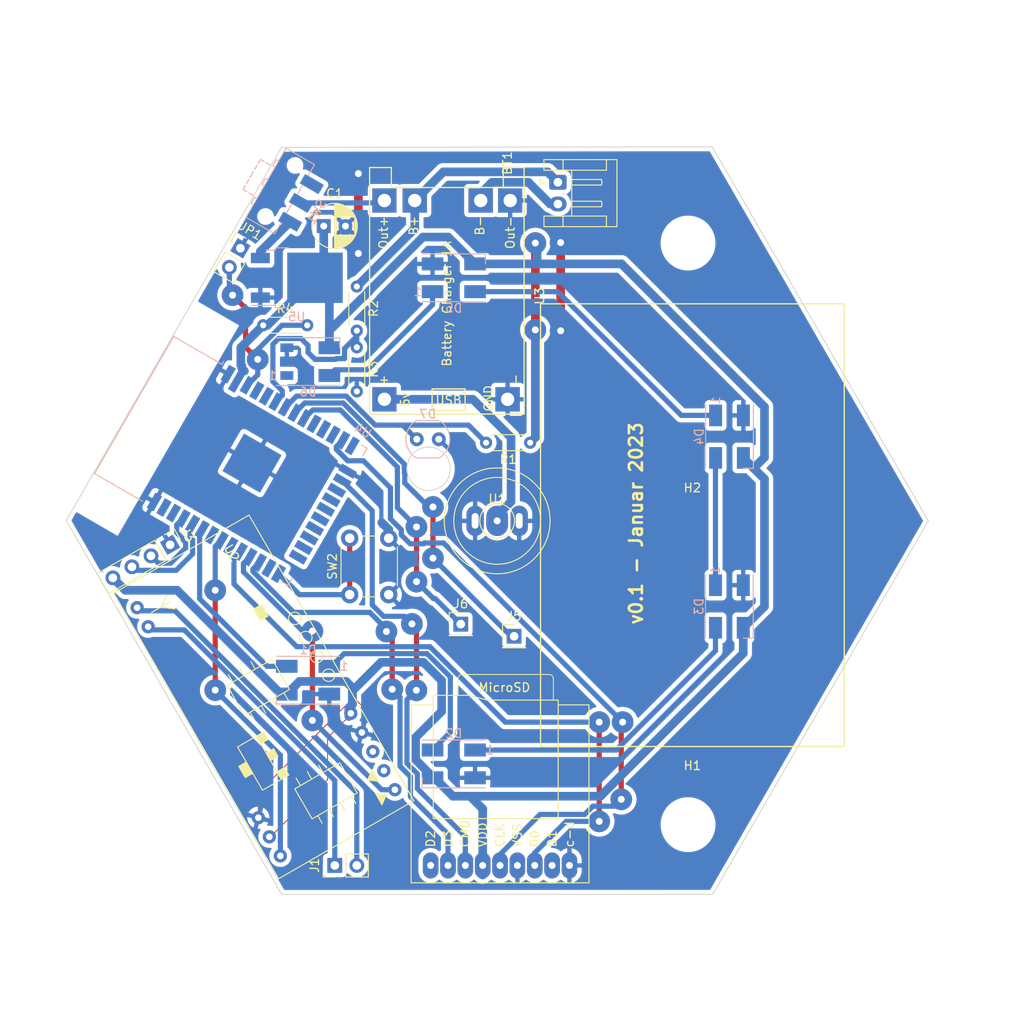
<source format=kicad_pcb>
(kicad_pcb (version 20211014) (generator pcbnew)
  (layers (0 "F.Cu" signal) (31 "B.Cu" signal) (34 "B.Paste" user) (35 "F.Paste" user) (36 "B.SilkS" user "B.Silkscreen") (37 "F.SilkS" user "F.Silkscreen") (38 "B.Mask" user) (39 "F.Mask" user) (44 "Edge.Cuts" user))
  (net 0 "")
  (net 1 "+BATT")
  (net 2 "Net-(D1-Pad1)")
  (net 4 "Neopixel")
  (net 5 "ADC_BAT")
  (net 6 "GND")
  (net 7 "+3V3")
  (net 8 "RFID_LED")
  (net 9 "ENABLE")
  (net 10 "SCK")
  (net 11 "BOOT_12")
  (net 14 "Net-(J1-Pad1)")
  (net 15 "Net-(J1-Pad2)")
  (net 16 "+4V")
  (net 17 "TOUCH1")
  (net 18 "TOUCH2")
  (net 19 "MOSI")
  (net 20 "BOOT")
  (net 21 "CS")
  (net 30 "MISO")
  (net 32 "RX")
  (net 33 "TX")
  (net 37 "-BATT")
  (net 38 "+5V")
  (net 41 "PHOTO_VOLTAGE")
  (net 42 "Net-(D2-Pad1)")
  (net 43 "Net-(D3-Pad1)")
  (net 44 "Net-(D4-Pad1)")
  (net 45 "Net-(D5-Pad1)")
  (net 46 "DAC1")
  (net 47 "DAC2")
  (net 52 "RFID_TX")
  (net 53 "/+4V_Switched")
  (footprint "rdm-6300:rdm-6300" (layer "F.Cu") (at 78.965191 130.44675 -60)
    (fp_text reference "U2" (at -27.94 -5.08 -60 unlocked) (layer "F.SilkS"))
    (fp_text value "rdm-6300")
    (pad "" thru_hole circle (at 0 -7.74 300) (size 1.524 1.524) (drill 0.762) (layers *.Cu *.Mask))
    (pad "1" thru_hole circle (at -5.08 -7.74 300) (size 1.524 1.524) (drill 0.762) (layers *.Cu *.Mask) (net 7 "+3V3"))
    (pad "1" thru_hole circle (at 2.54 7.5 300) (size 1.524 1.524) (drill 0.762) (layers *.Cu *.Mask) (net 7 "+3V3"))
    (pad "2" thru_hole circle (at -2.54 -7.74 300) (size 1.524 1.524) (drill 0.762) (layers *.Cu *.Mask) (net 6 "GND"))
    (pad "2" thru_hole circle (at 0 7.5 300) (size 1.524 1.524) (drill 0.762) (layers *.Cu *.Mask) (net 6 "GND"))
    (pad "3" thru_hole circle (at 2.54 -7.74 300) (size 1.524 1.524) (drill 0.762) (layers *.Cu *.Mask))
    (pad "4" thru_hole circle (at 5.08 -7.74 300) (size 1.524 1.524) (drill 0.762) (layers *.Cu *.Mask) (net 52 "RFID_TX"))
    (pad "5" thru_hole circle (at 5.08 7.5 300) (size 1.524 1.524) (drill 0.762) (layers *.Cu *.Mask) (net 8 "RFID_LED"))
    (pad "6" thru_hole circle (at -25.4 7.5 300) (size 1.524 1.524) (drill 0.762) (layers *.Cu *.Mask) (net 14 "Net-(J1-Pad1)"))
    (pad "7" thru_hole circle (at -27.94 7.5 300) (size 1.524 1.524) (drill 0.762) (layers *.Cu *.Mask) (net 15 "Net-(J1-Pad2)"))
  )
  (footprint "Connector_PinHeader_2.54mm:PinHeader_1x04_P2.54mm_Vertical" (layer "F.Cu") (at 62.299409 102.76 -60)
    (fp_text reference "J3" (at 0 -2.33 -60) (layer "F.SilkS"))
    (fp_text value "TTL")
    (pad "1" thru_hole rect (at 0 0 300) (size 1.7 1.7) (drill 1) (layers *.Cu *.Mask) (net 6 "GND"))
    (pad "2" thru_hole oval (at 0 2.54 300) (size 1.7 1.7) (drill 1) (layers *.Cu *.Mask) (net 33 "TX"))
    (pad "3" thru_hole oval (at 0 5.08 300) (size 1.7 1.7) (drill 1) (layers *.Cu *.Mask) (net 32 "RX"))
    (pad "4" thru_hole oval (at 0 7.62 300) (size 1.7 1.7) (drill 1) (layers *.Cu *.Mask) (net 7 "+3V3"))
  )
  (footprint "MountingHole:MountingHole_5.3mm_M5" (layer "F.Cu") (at 122.5 134.5)
    (fp_text reference "H1" (at 0 -6.3) (layer "F.SilkS"))
    (fp_text value "MountingHole")
    (pad "" np_thru_hole circle (at -0.5 0.5) (size 5.3 5.3) (drill 5.3) (layers F&B.Cu *.Mask))
  )
  (footprint "magnetic-charger:magnetic-charger" (layer "F.Cu") (at 100 100)
    (fp_text reference "U1" (at 0 -2.54 unlocked) (layer "F.SilkS"))
    (fp_text value "magnetic-charger" hide)
    (pad "1" thru_hole oval (at 2.54 0 90) (size 3.5 2) (drill oval 1.8 0.8) (layers *.Cu *.Mask) (net 6 "GND"))
    (pad "1" thru_hole oval (at -2.54 0 90) (size 3.5 2) (drill oval 1.8 0.8) (layers *.Cu *.Mask) (net 6 "GND"))
    (pad "2" thru_hole oval (at 0 0) (size 2.5 3.5) (drill 0.8) (layers *.Cu *.Mask) (net 38 "+5V"))
  )
  (footprint "Resistor_THT:R_Axial_DIN0204_L3.6mm_D1.6mm_P5.08mm_Horizontal" (layer "F.Cu") (at 83.82 80.01 -90)
    (fp_text reference "R3" (at 2.54 -1.92 90) (layer "F.SilkS"))
    (fp_text value "10k")
    (pad "1" thru_hole circle (at 0 0 270) (size 1.4 1.4) (drill 0.7) (layers *.Cu *.Mask) (net 5 "ADC_BAT"))
    (pad "2" thru_hole oval (at 5.08 0 270) (size 1.4 1.4) (drill 0.7) (layers *.Cu *.Mask) (net 6 "GND"))
  )
  (footprint "Connector_PinHeader_2.54mm:PinHeader_1x02_P2.54mm_Vertical" (layer "F.Cu") (at 81.28 139.7 90)
    (fp_text reference "J1" (at 0 -2.33 90) (layer "F.SilkS"))
    (fp_text value "Conn_01x02")
    (pad "1" thru_hole rect (at 0 0 90) (size 1.7 1.7) (drill 1) (layers *.Cu *.Mask) (net 14 "Net-(J1-Pad1)"))
    (pad "2" thru_hole oval (at 0 2.54 90) (size 1.7 1.7) (drill 1) (layers *.Cu *.Mask) (net 15 "Net-(J1-Pad2)"))
  )
  (footprint "Resistor_THT:R_Axial_DIN0204_L3.6mm_D1.6mm_P5.08mm_Horizontal" (layer "F.Cu") (at 73.025 77.47)
    (fp_text reference "R4" (at 2.54 -1.92) (layer "F.SilkS"))
    (fp_text value "10k")
    (pad "1" thru_hole circle (at 0 0) (size 1.4 1.4) (drill 0.7) (layers *.Cu *.Mask) (net 7 "+3V3"))
    (pad "2" thru_hole oval (at 5.08 0) (size 1.4 1.4) (drill 0.7) (layers *.Cu *.Mask) (net 9 "ENABLE"))
  )
  (footprint "Connector_JST:JST_EH_S2B-EH_1x02_P2.50mm_Horizontal" (layer "F.Cu") (at 107 61 -90)
    (fp_text reference "BT1" (at -2.202 5.828 90) (layer "F.SilkS"))
    (fp_text value "Battery_Cell")
    (pad "1" thru_hole roundrect (at 0 0 270) (size 1.7 2) (drill 1) (layers *.Cu *.Mask) (roundrect_rratio 0.147059) (net 1 "+BATT"))
    (pad "2" thru_hole oval (at 2.5 0 270) (size 1.7 2) (drill 1) (layers *.Cu *.Mask) (net 37 "-BATT"))
  )
  (footprint "Resistor_THT:R_Axial_DIN0204_L3.6mm_D1.6mm_P5.08mm_Horizontal" (layer "F.Cu") (at 83.82 73.01 -90)
    (fp_text reference "R2" (at 2.54 -1.92 90) (layer "F.SilkS"))
    (fp_text value "10k")
    (pad "1" thru_hole circle (at 0 0 270) (size 1.4 1.4) (drill 0.7) (layers *.Cu *.Mask) (net 1 "+BATT"))
    (pad "2" thru_hole oval (at 5.08 0 270) (size 1.4 1.4) (drill 0.7) (layers *.Cu *.Mask) (net 5 "ADC_BAT"))
  )
  (footprint "MountingHole:MountingHole_5.3mm_M5" (layer "F.Cu") (at 122.5 102.5)
    (fp_text reference "H2" (at 0 -6.3) (layer "F.SilkS"))
    (fp_text value "MountingHole")
    (pad "" np_thru_hole circle (at -0.5 -34.5) (size 5.3 5.3) (drill 5.3) (layers F&B.Cu *.Mask))
  )
  (footprint "Capacitor_THT:CP_Radial_D5.0mm_P2.50mm" (layer "F.Cu") (at 80.01 66.04)
    (fp_text reference "C1" (at 1.25 -3.75) (layer "F.SilkS"))
    (fp_text value "22u")
    (pad "1" thru_hole rect (at 0 0) (size 1.6 1.6) (drill 0.8) (layers *.Cu *.Mask) (net 7 "+3V3"))
    (pad "2" thru_hole circle (at 2.5 0) (size 1.6 1.6) (drill 0.8) (layers *.Cu *.Mask) (net 6 "GND"))
  )
  (footprint "sd-card:sd-card" (layer "F.Cu") (at 100.33 139.7 90)
    (fp_text reference "J2" hide)
    (fp_text value "Micro_SD_Card" hide)
    (fp_text user "MicroSD" (at 20.5 0.5 unlocked) (layer "F.SilkS"))
    (fp_text user "c-d" (at 2 8 90 unlocked) (layer "F.SilkS") (effects (justify left)))
    (fp_text user "D2" (at 2 -8 90 unlocked) (layer "F.SilkS") (effects (justify left)))
    (fp_text user "VDD" (at 2 -2 90 unlocked) (layer "F.SilkS") (effects (justify left)))
    (fp_text user "VSS" (at 2 2 90 unlocked) (layer "F.SilkS") (effects (justify left)))
    (fp_text user "CLK" (at 2 0 90 unlocked) (layer "F.SilkS") (effects (justify left)))
    (fp_text user "D0" (at 2 4 90 unlocked) (layer "F.SilkS") (effects (justify left)))
    (fp_text user "D1" (at 2 6 90 unlocked) (layer "F.SilkS") (effects (justify left)))
    (fp_text user "D3" (at 2 -6 90 unlocked) (layer "F.SilkS") (effects (justify left)))
    (fp_text user "CMD" (at 2 -4 90 unlocked) (layer "F.SilkS") (effects (justify left)))
    (pad "1" thru_hole oval (at 0 -8 90) (size 3 1.8) (drill 0.8) (layers *.Cu *.Mask))
    (pad "2" thru_hole oval (at 0 -6 90) (size 3 1.8) (drill 0.8) (layers *.Cu *.Mask) (net 21 "CS"))
    (pad "3" thru_hole oval (at 0 -4 90) (size 3 1.8) (drill 0.8) (layers *.Cu *.Mask) (net 19 "MOSI"))
    (pad "4" thru_hole oval (at 0 -2 90) (size 3 1.8) (drill 0.8) (layers *.Cu *.Mask) (net 7 "+3V3"))
    (pad "5" thru_hole oval (at 0 0 90) (size 3 1.8) (drill 0.8) (layers *.Cu *.Mask) (net 10 "SCK"))
    (pad "6" thru_hole oval (at 0 2 90) (size 3 1.8) (drill 0.8) (layers *.Cu *.Mask) (net 6 "GND"))
    (pad "7" thru_hole oval (at 0 4 90) (size 3 1.8) (drill 0.8) (layers *.Cu *.Mask) (net 30 "MISO"))
    (pad "8" thru_hole oval (at 0 6 90) (size 3 1.8) (drill 0.8) (layers *.Cu *.Mask))
    (pad "9" thru_hole oval (at 0 8 90) (size 3 1.8) (drill 0.8) (layers *.Cu *.Mask) (net 6 "GND"))
  )
  (footprint "Button_Switch_THT:SW_PUSH_6mm_H4.3mm" (layer "F.Cu") (at 83 108.5 90)
    (fp_text reference "SW2" (at 3.25 -2 90) (layer "F.SilkS"))
    (fp_text value "SW_Push")
    (pad "1" thru_hole circle (at 6.5 0 180) (size 2 2) (drill 1.1) (layers *.Cu *.Mask) (net 20 "BOOT"))
    (pad "1" thru_hole circle (at 0 0 180) (size 2 2) (drill 1.1) (layers *.Cu *.Mask) (net 20 "BOOT"))
    (pad "2" thru_hole circle (at 0 4.5 180) (size 2 2) (drill 1.1) (layers *.Cu *.Mask) (net 6 "GND"))
    (pad "2" thru_hole circle (at 6.5 4.5 180) (size 2 2) (drill 1.1) (layers *.Cu *.Mask) (net 6 "GND"))
  )
  (footprint "TP4056:TP4056" (layer "F.Cu") (at 85.3 87.7 90)
    (fp_text reference "U3" (at 13.6 19.6 90) (layer "F.SilkS"))
    (fp_text value "TP4056")
    (fp_text user "USB" (at 1.6 9.1) (layer "F.SilkS"))
    (fp_text user "GND" (at 1.8 13.7 90) (layer "F.SilkS"))
    (fp_text user "5v" (at 1.7 4.1 90) (layer "F.SilkS"))
    (fp_text user "Battery Charger 1A" (at 12.7 8.9 90) (layer "F.SilkS"))
    (fp_text user "-" (at 4 16.8 90) (layer "F.SilkS"))
    (fp_text user "Out-" (at 20.9 16.2 90) (layer "F.SilkS"))
    (fp_text user "B-" (at 21.7 12.7 90) (layer "F.SilkS"))
    (fp_text user "Out+" (at 20.9 1.6 90) (layer "F.SilkS"))
    (fp_text user "+" (at 3.9 1.6 90) (layer "F.SilkS"))
    (fp_text user "B+" (at 21.7 5.1 90) (layer "F.SilkS"))
    (pad "1" thru_hole rect (at 1.7 1.7 90) (size 2.8 2.8) (drill 1.54) (layers *.Cu *.Mask) (net 38 "+5V"))
    (pad "2" thru_hole rect (at 1.7 15.9 90) (size 2.8 2.8) (drill 1.54) (layers *.Cu *.Mask) (net 6 "GND"))
    (pad "3" thru_hole rect (at 24.6 1.7 90) (size 2.8 2.8) (drill 1.54) (layers *.Cu *.Mask) (net 16 "+4V"))
    (pad "4" thru_hole rect (at 24.6 16.2 90) (size 2.8 2.8) (drill 1.54) (layers *.Cu *.Mask) (net 6 "GND"))
    (pad "5" thru_hole rect (at 24.6 5.2 90) (size 2.8 2.8) (drill 1.54) (layers *.Cu *.Mask) (net 1 "+BATT"))
    (pad "6" thru_hole rect (at 24.6 12.8 90) (size 2.8 2.8) (drill 1.54) (layers *.Cu *.Mask) (net 37 "-BATT"))
  )
  (footprint "Connector_PinHeader_2.54mm:PinHeader_1x01_P2.54mm_Vertical" (layer "F.Cu") (at 101.95 113.3)
    (fp_text reference "J5" (at 0 -2.33) (layer "F.SilkS"))
    (fp_text value "Touch1")
    (pad "1" thru_hole rect (at 0 0) (size 1.7 1.7) (drill 1) (layers *.Cu *.Mask) (net 17 "TOUCH1"))
  )
  (footprint "Connector_PinHeader_2.54mm:PinHeader_1x01_P2.54mm_Vertical" (layer "F.Cu") (at 95.8 111.9)
    (fp_text reference "J6" (at 0 -2.33) (layer "F.SilkS"))
    (fp_text value "Touch2")
    (pad "1" thru_hole rect (at 0 0) (size 1.7 1.7) (drill 1) (layers *.Cu *.Mask) (net 18 "TOUCH2"))
  )
  (footprint "Resistor_THT:R_Axial_DIN0204_L3.6mm_D1.6mm_P5.08mm_Horizontal" (layer "F.Cu") (at 103.8 91 180)
    (fp_text reference "R1" (at 2.54 -1.92) (layer "F.SilkS"))
    (fp_text value "10k")
    (pad "1" thru_hole circle (at 0 0 180) (size 1.4 1.4) (drill 0.7) (layers *.Cu *.Mask) (net 7 "+3V3"))
    (pad "2" thru_hole oval (at 5.08 0 180) (size 1.4 1.4) (drill 0.7) (layers *.Cu *.Mask) (net 41 "PHOTO_VOLTAGE"))
  )
  (footprint "Connector_PinHeader_2.54mm:PinHeader_1x02_P2.54mm_Vertical" (layer "F.Cu") (at 70.4 68.6 -30)
    (fp_text reference "JP1" (at 0 -2.33 150) (layer "F.SilkS"))
    (fp_text value "Jumper_2_Open")
    (pad "1" thru_hole rect (at 0 0 330) (size 1.7 1.7) (drill 1) (layers *.Cu *.Mask) (net 6 "GND"))
    (pad "2" thru_hole oval (at 0 2.54 330) (size 1.7 1.7) (drill 1) (layers *.Cu *.Mask) (net 9 "ENABLE"))
  )
  (footprint "RF_Module:ESP32-WROOM-32" (layer "B.Cu") (at 71.893849 94.593525 -120)
    (fp_text reference "U4" (at -10.61 -8.43 150) (layer "B.SilkS") (effects (justify mirror)))
    (fp_text value "ESP32-WROOM-32")
    (pad "1" smd rect (at -8.5 8.255 240) (size 2 0.9) (layers "B.Cu" "B.Paste" "B.Mask") (net 6 "GND"))
    (pad "2" smd rect (at -8.5 6.985 240) (size 3 0.9) (layers "B.Cu" "B.Paste" "B.Mask") (net 7 "+3V3"))
    (pad "3" smd rect (at -8.5 5.715 240) (size 2 0.9) (layers "B.Cu" "B.Paste" "B.Mask") (net 9 "ENABLE"))
    (pad "4" smd rect (at -8.5 4.445 240) (size 2 0.9) (layers "B.Cu" "B.Paste" "B.Mask"))
    (pad "5" smd rect (at -8.5 3.175 240) (size 2 0.9) (layers "B.Cu" "B.Paste" "B.Mask"))
    (pad "6" smd rect (at -8.5 1.905 240) (size 2 0.9) (layers "B.Cu" "B.Paste" "B.Mask") (net 5 "ADC_BAT"))
    (pad "7" smd rect (at -8.5 0.635 240) (size 2 0.9) (layers "B.Cu" "B.Paste" "B.Mask") (net 41 "PHOTO_VOLTAGE"))
    (pad "8" smd rect (at -8.5 -0.635 240) (size 2 0.9) (layers "B.Cu" "B.Paste" "B.Mask") (net 17 "TOUCH1"))
    (pad "9" smd rect (at -8.5 -1.905 240) (size 2 0.9) (layers "B.Cu" "B.Paste" "B.Mask") (net 18 "TOUCH2"))
    (pad "10" smd rect (at -8.5 -3.175 240) (size 2 0.9) (layers "B.Cu" "B.Paste" "B.Mask") (net 46 "DAC1"))
    (pad "11" smd rect (at -8.5 -4.445 240) (size 2 0.9) (layers "B.Cu" "B.Paste" "B.Mask") (net 47 "DAC2"))
    (pad "12" smd rect (at -8.5 -5.715 240) (size 2 0.9) (layers "B.Cu" "B.Paste" "B.Mask"))
    (pad "13" smd rect (at -8.5 -6.985 240) (size 2 0.9) (layers "B.Cu" "B.Paste" "B.Mask") (net 10 "SCK"))
    (pad "14" smd rect (at -8.5 -8.255 240) (size 2 0.9) (layers "B.Cu" "B.Paste" "B.Mask") (net 11 "BOOT_12"))
    (pad "15" smd rect (at -5.715 -9.255 150) (size 2 0.9) (layers "B.Cu" "B.Paste" "B.Mask") (net 6 "GND"))
    (pad "16" smd rect (at -4.445 -9.255 150) (size 2 0.9) (layers "B.Cu" "B.Paste" "B.Mask") (net 19 "MOSI"))
    (pad "17" smd rect (at -3.175 -9.255 150) (size 2 0.9) (layers "B.Cu" "B.Paste" "B.Mask"))
    (pad "18" smd rect (at -1.905 -9.255 150) (size 2 0.9) (layers "B.Cu" "B.Paste" "B.Mask"))
    (pad "19" smd rect (at -0.635 -9.255 150) (size 2 0.9) (layers "B.Cu" "B.Paste" "B.Mask"))
    (pad "20" smd rect (at 0.635 -9.255 150) (size 2 0.9) (layers "B.Cu" "B.Paste" "B.Mask"))
    (pad "21" smd rect (at 1.905 -9.255 150) (size 2 0.9) (layers "B.Cu" "B.Paste" "B.Mask"))
    (pad "22" smd rect (at 3.175 -9.255 150) (size 2 0.9) (layers "B.Cu" "B.Paste" "B.Mask"))
    (pad "23" smd rect (at 4.445 -9.255 150) (size 2 0.9) (layers "B.Cu" "B.Paste" "B.Mask"))
    (pad "24" smd rect (at 5.715 -9.255 150) (size 2 0.9) (layers "B.Cu" "B.Paste" "B.Mask"))
    (pad "25" smd rect (at 8.5 -8.255 240) (size 2 0.9) (layers "B.Cu" "B.Paste" "B.Mask") (net 20 "BOOT"))
    (pad "26" smd rect (at 8.5 -6.985 240) (size 2 0.9) (layers "B.Cu" "B.Paste" "B.Mask"))
    (pad "27" smd rect (at 8.5 -5.715 240) (size 2 0.9) (layers "B.Cu" "B.Paste" "B.Mask") (net 21 "CS"))
    (pad "28" smd rect (at 8.5 -4.445 240) (size 2 0.9) (layers "B.Cu" "B.Paste" "B.Mask") (net 52 "RFID_TX"))
    (pad "29" smd rect (at 8.5 -3.175 240) (size 2 0.9) (layers "B.Cu" "B.Paste" "B.Mask") (net 30 "MISO"))
    (pad "30" smd rect (at 8.5 -1.905 240) (size 2 0.9) (layers "B.Cu" "B.Paste" "B.Mask"))
    (pad "31" smd rect (at 8.5 -0.635 240) (size 2 0.9) (layers "B.Cu" "B.Paste" "B.Mask") (net 8 "RFID_LED"))
    (pad "32" smd rect (at 8.5 0.635 240) (size 2 0.9) (layers "B.Cu" "B.Paste" "B.Mask"))
    (pad "33" smd rect (at 8.5 1.905 240) (size 2 0.9) (layers "B.Cu" "B.Paste" "B.Mask") (net 4 "Neopixel"))
    (pad "34" smd rect (at 8.5 3.175 240) (size 2 0.9) (layers "B.Cu" "B.Paste" "B.Mask") (net 32 "RX"))
    (pad "35" smd rect (at 8.5 4.445 240) (size 2 0.9) (layers "B.Cu" "B.Paste" "B.Mask") (net 33 "TX"))
    (pad "36" smd rect (at 8.5 5.715 240) (size 2 0.9) (layers "B.Cu" "B.Paste" "B.Mask"))
    (pad "37" smd rect (at 8.5 6.985 240) (size 2 0.9) (layers "B.Cu" "B.Paste" "B.Mask"))
    (pad "38" smd rect (at 8.5 8.255 240) (size 2 0.9) (layers "B.Cu" "B.Paste" "B.Mask") (net 6 "GND"))
    (pad "39" smd rect (at -1 0.755 240) (size 5 5) (layers "B.Cu" "B.Paste" "B.Mask") (net 6 "GND"))
    (zone (net 0) (net_name "") (layers *.Cu) (connect_pads (clearance 0)) (min_thickness 0.254)
      (keepout (tracks not_allowed) (vias not_allowed) (pads not_allowed) (copperpour not_allowed) (footprints not_allowed))
      (fill (thermal_gap 0.508) (thermal_bridge_width 0.508))
      (polygon (pts (xy 70.259575 77.484169) (xy 56.259575 101.73288) (xy 46.923822 96.342881) (xy 60.923822 72.094168)))
    )
  )
  (footprint "OptoDevice:R_LDR_4.9x4.2mm_P2.54mm_Vertical" (layer "B.Cu") (at 93.27 90.6 180)
    (fp_text reference "D7" (at 1.27 2.9) (layer "B.SilkS") (effects (justify mirror)))
    (fp_text value "D_Photo")
    (pad "1" thru_hole circle (at 0 0 180) (size 1.6 1.6) (drill 0.8) (layers *.Cu *.Mask) (net 6 "GND"))
    (pad "2" thru_hole circle (at 2.54 0 180) (size 1.6 1.6) (drill 0.8) (layers *.Cu *.Mask) (net 41 "PHOTO_VOLTAGE"))
  )
  (footprint "LED_SMD:LED_WS2812B_PLCC4_5.0x5.0mm_P3.2mm" (layer "B.Cu") (at 78.206433 81.658167)
    (fp_text reference "D6" (at 0 3.5) (layer "B.SilkS") (effects (justify mirror)))
    (fp_text value "NeoPixel_THT")
    (fp_text user "1" (at -4.15 1.600001) (layer "B.SilkS") (effects (justify mirror)))
    (pad "1" smd rect (at -2.45 1.6) (size 1.5 1) (layers "B.Cu" "B.Paste" "B.Mask"))
    (pad "2" smd rect (at -2.45 -1.6) (size 1.5 1) (layers "B.Cu" "B.Paste" "B.Mask") (net 6 "GND"))
    (pad "3" smd rect (at 2.45 -1.6) (size 2.5 1.5) (layers "B.Cu" "B.Paste" "B.Mask") (net 7 "+3V3"))
    (pad "4" smd rect (at 2.45 1.6) (size 2.5 1.5) (layers "B.Cu" "B.Paste" "B.Mask") (net 45 "Net-(D5-Pad1)"))
  )
  (footprint "Package_TO_SOT_SMD:TO-252-2" (layer "B.Cu") (at 76.9 72)
    (fp_text reference "U5" (at 0 4.5) (layer "B.SilkS") (effects (justify mirror)))
    (fp_text value "AMS1117-3.3")
    (pad "1" smd rect (at -4.2 2.28) (size 2.2 1.2) (layers "B.Cu" "B.Paste" "B.Mask") (net 6 "GND"))
    (pad "2" smd rect (at 2.1 0) (size 6.4 5.8) (layers "B.Cu" "B.Mask") (net 7 "+3V3"))
    (pad "3" smd rect (at -4.2 -2.28) (size 2.2 1.2) (layers "B.Cu" "B.Paste" "B.Mask") (net 53 "/+4V_Switched"))
  )
  (footprint "LED_SMD:LED_WS2812B_PLCC4_5.0x5.0mm_P3.2mm" (layer "B.Cu") (at 95 128 180)
    (fp_text reference "D2" (at 0 3.5) (layer "B.SilkS") (effects (justify mirror)))
    (fp_text value "NeoPixel_THT")
    (fp_text user "1" (at -4.149999 1.6) (layer "B.SilkS") (effects (justify mirror)))
    (pad "1" smd rect (at -2.45 1.6 180) (size 2.5 1.5) (layers "B.Cu" "B.Paste" "B.Mask") (net 42 "Net-(D2-Pad1)"))
    (pad "2" smd rect (at -2.45 -1.6 180) (size 2.5 1.5) (layers "B.Cu" "B.Paste" "B.Mask") (net 6 "GND"))
    (pad "3" smd rect (at 2.45 -1.6 180) (size 2.5 1.5) (layers "B.Cu" "B.Paste" "B.Mask") (net 7 "+3V3"))
    (pad "4" smd rect (at 2.45 1.6 180) (size 2.5 1.5) (layers "B.Cu" "B.Paste" "B.Mask") (net 2 "Net-(D1-Pad1)"))
  )
  (footprint "LED_SMD:LED_WS2812B_PLCC4_5.0x5.0mm_P3.2mm" (layer "B.Cu") (at 126.763081 109.864618 -90)
    (fp_text reference "D3" (at 0 3.5 90) (layer "B.SilkS") (effects (justify mirror)))
    (fp_text value "NeoPixel_THT")
    (fp_text user "1" (at -4.15 1.600001 90) (layer "B.SilkS") (effects (justify mirror)))
    (pad "1" smd rect (at -2.45 1.6 270) (size 2.5 1.5) (layers "B.Cu" "B.Paste" "B.Mask") (net 43 "Net-(D3-Pad1)"))
    (pad "2" smd rect (at -2.45 -1.6 270) (size 2.5 1.5) (layers "B.Cu" "B.Paste" "B.Mask") (net 6 "GND"))
    (pad "3" smd rect (at 2.45 -1.6 270) (size 2.5 1.5) (layers "B.Cu" "B.Paste" "B.Mask") (net 7 "+3V3"))
    (pad "4" smd rect (at 2.45 1.6 270) (size 2.5 1.5) (layers "B.Cu" "B.Paste" "B.Mask") (net 42 "Net-(D2-Pad1)"))
  )
  (footprint "Button_Switch_SMD:SW_SPDT_CK-JS102011SAQN" (layer "B.Cu") (at 75 62 60)
    (fp_text reference "SW1" (at 0 4.8 60) (layer "B.SilkS") (effects (justify mirror)))
    (fp_text value "POWER-ON")
    (pad "" np_thru_hole circle (at -3.4 0 60) (size 0.9 0.9) (drill 0.9) (layers *.Cu *.Mask))
    (pad "" np_thru_hole circle (at 3.4 0 60) (size 0.9 0.9) (drill 0.9) (layers *.Cu *.Mask))
    (pad "1" smd rect (at -2.5 2.75 60) (size 1.25 2.5) (layers "B.Cu" "B.Paste" "B.Mask") (net 53 "/+4V_Switched"))
    (pad "2" smd rect (at 0 2.75 60) (size 1.25 2.5) (layers "B.Cu" "B.Paste" "B.Mask") (net 16 "+4V"))
    (pad "3" smd rect (at 2.5 2.75 60) (size 1.25 2.5) (layers "B.Cu" "B.Paste" "B.Mask"))
  )
  (footprint "LED_SMD:LED_WS2812B_PLCC4_5.0x5.0mm_P3.2mm" (layer "B.Cu") (at 126.778135 90.301791 -90)
    (fp_text reference "D4" (at 0 3.5 90) (layer "B.SilkS") (effects (justify mirror)))
    (fp_text value "NeoPixel_THT")
    (fp_text user "1" (at -4.15 1.6 90) (layer "B.SilkS") (effects (justify mirror)))
    (pad "1" smd rect (at -2.45 1.6 270) (size 2.5 1.5) (layers "B.Cu" "B.Paste" "B.Mask") (net 44 "Net-(D4-Pad1)"))
    (pad "2" smd rect (at -2.45 -1.6 270) (size 2.5 1.5) (layers "B.Cu" "B.Paste" "B.Mask") (net 6 "GND"))
    (pad "3" smd rect (at 2.45 -1.6 270) (size 2.5 1.5) (layers "B.Cu" "B.Paste" "B.Mask") (net 7 "+3V3"))
    (pad "4" smd rect (at 2.45 1.6 270) (size 2.5 1.5) (layers "B.Cu" "B.Paste" "B.Mask") (net 43 "Net-(D3-Pad1)"))
  )
  (footprint "LED_SMD:LED_WS2812B_PLCC4_5.0x5.0mm_P3.2mm" (layer "B.Cu") (at 95 72)
    (fp_text reference "D5" (at 0 3.499999) (layer "B.SilkS") (effects (justify mirror)))
    (fp_text value "NeoPixel_THT")
    (fp_text user "1" (at -4.149999 1.6) (layer "B.SilkS") (effects (justify mirror)))
    (pad "1" smd rect (at -2.45 1.6) (size 2.5 1.5) (layers "B.Cu" "B.Paste" "B.Mask") (net 45 "Net-(D5-Pad1)"))
    (pad "2" smd rect (at -2.45 -1.6) (size 2.5 1.5) (layers "B.Cu" "B.Paste" "B.Mask") (net 6 "GND"))
    (pad "3" smd rect (at 2.45 -1.6) (size 2.5 1.5) (layers "B.Cu" "B.Paste" "B.Mask") (net 7 "+3V3"))
    (pad "4" smd rect (at 2.45 1.6) (size 2.5 1.5) (layers "B.Cu" "B.Paste" "B.Mask") (net 44 "Net-(D4-Pad1)"))
  )
  (footprint "LED_SMD:LED_WS2812B_PLCC4_5.0x5.0mm_P3.2mm" (layer "B.Cu") (at 78.197219 118.359037 180)
    (fp_text reference "D1" (at 0 3.5) (layer "B.SilkS") (effects (justify mirror)))
    (fp_text value "NeoPixel_THT")
    (fp_text user "1" (at -4.15 1.6) (layer "B.SilkS") (effects (justify mirror)))
    (pad "1" smd rect (at -2.45 1.6 180) (size 2.5 1.5) (layers "B.Cu" "B.Paste" "B.Mask") (net 2 "Net-(D1-Pad1)"))
    (pad "2" smd rect (at -2.45 -1.6 180) (size 2.5 1.5) (layers "B.Cu" "B.Paste" "B.Mask") (net 6 "GND"))
    (pad "3" smd rect (at 2.45 -1.6 180) (size 2.5 1.5) (layers "B.Cu" "B.Paste" "B.Mask") (net 7 "+3V3"))
    (pad "4" smd rect (at 2.45 1.6 180) (size 2.5 1.5) (layers "B.Cu" "B.Paste" "B.Mask") (net 4 "Neopixel"))
  )
  (gr_rect (start 105 75) (end 140 126) (layer "F.SilkS") (width 0.15) (fill none))
  (gr_poly (pts (xy 149.69 100) (xy 124.84 143.02) (xy 75.16 143.03) (xy 50.33 99.96) (xy 75.15 56.97) (xy 124.79 56.92)) (layer "Edge.Cuts") (width 0.1) (fill none))
  (gr_circle (center 92.1 94) (end 94.6 94) (layer "Edge.Cuts") (width 0.1) (fill none))
  (gr_text "v0.1 - Januar 2023" (at 116 100.3 90) (layer "F.SilkS") (effects (font (size 1.5 1.5) (thickness 0.3))))
  (segment (start 93.799501 59.800499) (end 90.5 63.1) (width 1) (layer "B.Cu") (net 1))
  (segment (start 83.82 73.01) (end 90.5 66.33) (width 1) (layer "B.Cu") (net 1))
  (segment (start 105.800499 59.800499) (end 93.799501 59.800499) (width 1) (layer "B.Cu") (net 1))
  (segment (start 107 61) (end 105.800499 59.800499) (width 1) (layer "B.Cu") (net 1))
  (segment (start 90.5 66.33) (end 90.5 63.1) (width 1) (layer "B.Cu") (net 1))
  (segment (start 94.599501 117.985993) (end 91.914007 115.300499) (width 0.6) (layer "B.Cu") (net 2))
  (segment (start 92.55 126.4) (end 94.599501 124.350499) (width 0.6) (layer "B.Cu") (net 2))
  (segment (start 82.355757 115.300499) (end 80.897219 116.759037) (width 0.6) (layer "B.Cu") (net 2))
  (segment (start 91.914007 115.300499) (end 82.355757 115.300499) (width 0.6) (layer "B.Cu") (net 2))
  (segment (start 94.599501 124.350499) (end 94.599501 117.985993) (width 0.6) (layer "B.Cu") (net 2))
  (segment (start 80.897219 116.759037) (end 80.647219 116.759037) (width 0.6) (layer "B.Cu") (net 2))
  (segment (start 73.484868 116.759037) (end 65.704212 108.978381) (width 0.6) (layer "B.Cu") (net 4))
  (segment (start 75.747219 116.759037) (end 73.484868 116.759037) (width 0.6) (layer "B.Cu") (net 4))
  (segment (start 65.704212 108.978381) (end 65.704212 101.2921) (width 0.6) (layer "B.Cu") (net 4))
  (segment (start 65.704212 101.2921) (end 65.994071 101.002241) (width 0.6) (layer "B.Cu") (net 4))
  (segment (start 77.4 79) (end 74.8 79) (width 0.6) (layer "B.Cu") (net 5))
  (segment (start 74.149999 83.949999) (end 75.226121 85.026121) (width 0.6) (layer "B.Cu") (net 5))
  (segment (start 83.82 78.74) (end 83.82 80.01) (width 0.6) (layer "B.Cu") (net 5))
  (segment (start 74.149999 79.650001) (end 74.149999 83.949999) (width 0.6) (layer "B.Cu") (net 5))
  (segment (start 74.8 79) (end 74.149999 79.650001) (width 0.6) (layer "B.Cu") (net 5))
  (segment (start 75.226121 85.547759) (end 74.494071 86.279809) (width 0.6) (layer "B.Cu") (net 5))
  (segment (start 83.82 78.09) (end 83.82 78.74) (width 0.6) (layer "B.Cu") (net 5))
  (segment (start 81.383435 81.400499) (end 78.998765 81.400499) (width 0.6) (layer "B.Cu") (net 5))
  (segment (start 81.475767 81.308167) (end 81.383435 81.400499) (width 0.6) (layer "B.Cu") (net 5))
  (segment (start 82.406433 81.308167) (end 81.475767 81.308167) (width 0.6) (layer "B.Cu") (net 5))
  (segment (start 83.82 78.74) (end 82.406433 80.153567) (width 0.6) (layer "B.Cu") (net 5))
  (segment (start 75.226121 85.026121) (end 75.226121 85.547759) (width 0.6) (layer "B.Cu") (net 5))
  (segment (start 82.406433 80.153567) (end 82.406433 81.308167) (width 0.6) (layer "B.Cu") (net 5))
  (segment (start 78.2 79.8) (end 77.4 79) (width 0.6) (layer "B.Cu") (net 5))
  (segment (start 78.998765 81.400499) (end 78.2 80.601734) (width 0.6) (layer "B.Cu") (net 5))
  (segment (start 78.2 80.601734) (end 78.2 79.8) (width 0.6) (layer "B.Cu") (net 5))
  (segment (start 84.398228 121.298228) (end 83.815341 120.715341) (width 0.1) (layer "F.Cu") (net 6))
  (segment (start 72.47 131.338143) (end 72.47 134.19675) (width 0.1) (layer "F.Cu") (net 6))
  (segment (start 84.398228 124.377045) (end 84.398228 121.298228) (width 0.1) (layer "F.Cu") (net 6))
  (segment (start 83.815341 120.715341) (end 83.092802 120.715341) (width 0.1) (layer "F.Cu") (net 6))
  (segment (start 83.092802 120.715341) (end 72.47 131.338143) (width 0.1) (layer "F.Cu") (net 6))
  (segment (start 84 69.2) (end 84 60) (width 1) (layer "F.Cu") (net 6))
  (segment (start 107.315 67.945) (end 107.315 78.105) (width 1) (layer "F.Cu") (net 6))
  (via (at 107.315 78.105) (size 2.5) (drill 0.8) (layers "F.Cu" "B.Cu") (net 6))
  (via (at 84 69.2) (size 2.5) (drill 0.8) (layers "F.Cu" "B.Cu") (net 6))
  (via (at 84 60) (size 2.5) (drill 0.8) (layers "F.Cu" "B.Cu") (net 6))
  (via (at 107.315 67.945) (size 2.5) (drill 0.8) (layers "F.Cu" "B.Cu") (net 6))
  (segment (start 87.5 102) (end 87.5 101) (width 1) (layer "B.Cu") (net 6))
  (segment (start 82.51 67.71) (end 84 69.2) (width 1) (layer "B.Cu") (net 6))
  (segment (start 87.5 101) (end 86.7 100.2) (width 1) (layer "B.Cu") (net 6))
  (segment (start 101.5 63.1) (end 102.47 63.1) (width 1) (layer "B.Cu") (net 6))
  (segment (start 82.51 66.04) (end 82.51 67.71) (width 1) (layer "B.Cu") (net 6))
  (segment (start 80.449501 124.994127) (end 82.903037 122.540591) (width 0.1) (layer "F.Cu") (net 7))
  (segment (start 73.514809 136.759705) (end 80.449501 129.825013) (width 0.1) (layer "F.Cu") (net 7))
  (segment (start 104.4 68) (end 104.4 78) (width 1) (layer "F.Cu") (net 7))
  (segment (start 80.449501 129.825013) (end 80.449501 124.994127) (width 0.1) (layer "F.Cu") (net 7))
  (via (at 104.4 78) (size 2.5) (drill 0.8) (layers "F.Cu" "B.Cu") (net 7))
  (via (at 104.4 68) (size 2.5) (drill 0.8) (layers "F.Cu" "B.Cu") (net 7))
  (segment (start 80.01 66.04) (end 80.01 70.99) (width 1) (layer "B.Cu") (net 7))
  (segment (start 80.656433 78.093567) (end 84.34 74.41) (width 1) (layer "B.Cu") (net 7))
  (segment (start 130.81 86.883656) (end 114.326344 70.4) (width 1) (layer "B.Cu") (net 7))
  (segment (start 57.130295 108) (end 63.11834 108) (width 1) (layer "B.Cu") (net 7))
  (segment (start 93.6 118.4) (end 93.6 121.95) (width 1) (layer "B.Cu") (net 7))
  (segment (start 98.33 133.174) (end 96.878 131.722) (width 1) (layer "B.Cu") (net 7))
  (segment (start 85.22 73.589899) (end 85.22 73.53) (width 1) (layer "B.Cu") (net 7))
  (segment (start 80.656433 80.058167) (end 80.656433 78.093567) (width 1) (layer "B.Cu") (net 7))
  (segment (start 82.903037 122.540591) (end 82.903037 121.566963) (width 1) (layer "B.Cu") (net 7))
  (segment (start 80.656433 80.058167) (end 80.656433 73.656433) (width 1) (layer "B.Cu") (net 7))
  (segment (start 83.310963 121.159037) (end 83.310963 119.595914) (width 1) (layer "B.Cu") (net 7))
  (segment (start 92.55 129.47516) (end 92.55 129.6) (width 1) (layer "B.Cu") (net 7))
  (segment (start 70.450999 80.044001) (end 70.450999 82.040313) (width 1) (layer "B.Cu") (net 7))
  (segment (start 91.44 67.31) (end 94.36 67.31) (width 1) (layer "B.Cu") (net 7))
  (segment (start 75.747219 119.959037) (end 77.206256 118.5) (width 1) (layer "B.Cu") (net 7))
  (segment (start 104.6 70.4) (end 104.6 68.2) (width 1) (layer "B.Cu") (net 7))
  (segment (start 104.4 78) (end 104.4 90.4) (width 1) (layer "B.Cu") (net 7))
  (segment (start 85.22 73.53) (end 91.44 67.31) (width 1) (layer "B.Cu") (net 7))
  (segment (start 82.903037 121.566963) (end 83.310963 121.159037) (width 1) (layer "B.Cu") (net 7))
  (segment (start 70.58452 82.173834) (end 70.58452 82.451865) (width 1) (layer "B.Cu") (net 7))
  (segment (start 129.563081 93.936737) (end 130.81 95.183656) (width 1) (layer "B.Cu") (net 7))
  (segment (start 63.11834 108) (end 75.077377 119.959037) (width 1) (layer "B.Cu") (net 7))
  (segment (start 104.4 90.4) (end 103.8 91) (width 1) (layer "B.Cu") (net 7))
  (segment (start 104.6 70.4) (end 97.45 70.4) (width 1) (layer "B.Cu") (net 7))
  (segment (start 83.310963 119.595914) (end 86.606877 116.3) (width 1) (layer "B.Cu") (net 7))
  (segment (start 82.588182 118.5) (end 83.310963 119.222781) (width 1) (layer "B.Cu") (net 7))
  (segment (start 98.33 140.805) (end 98.33 133.174) (width 1) (layer "B.Cu") (net 7))
  (segment (start 128.363081 115.259909) (end 128.363081 112.314618) (width 1) (layer "B.Cu") (net 7))
  (segment (start 86.606877 116.3) (end 91.5 116.3) (width 1) (layer "B.Cu") (net 7))
  (segment (start 90.6 124.95) (end 90.6 127.52516) (width 1) (layer "B.Cu") (net 7))
  (segment (start 70.450999 82.040313) (end 70.58452 82.173834) (width 1) (layer "B.Cu") (net 7))
  (segment (start 73.025 77.47) (end 70.450999 80.044001) (width 1) (layer "B.Cu") (net 7))
  (segment (start 114.326344 70.4) (end 104.6 70.4) (width 1) (layer "B.Cu") (net 7))
  (segment (start 55.700295 106.57) (end 57.130295 108) (width 1) (layer "B.Cu") (net 7))
  (segment (start 75.077377 119.959037) (end 75.747219 119.959037) (width 1) (layer "B.Cu") (net 7))
  (segment (start 77.206256 118.5) (end 82.588182 118.5) (width 1) (layer "B.Cu") (net 7))
  (segment (start 83.310963 119.222781) (end 83.310963 121.159037) (width 1) (layer "B.Cu") (net 7))
  (segment (start 130.81 95.183656) (end 130.81 109.867699) (width 1) (layer "B.Cu") (net 7))
  (segment (start 92.55 129.6) (end 92.77 129.6) (width 1) (layer "B.Cu") (net 7))
  (segment (start 94.36 67.31) (end 97.45 70.4) (width 1) (layer "B.Cu") (net 7))
  (segment (start 130.81 109.867699) (end 128.363081 112.314618) (width 1) (layer "B.Cu") (net 7))
  (segment (start 80.656433 73.656433) (end 79 72) (width 1) (layer "B.Cu") (net 7))
  (segment (start 80.01 70.99) (end 79 72) (width 1) (layer "B.Cu") (net 7))
  (segment (start 130.81 92.689818) (end 130.81 86.883656) (width 1) (layer "B.Cu") (net 7))
  (segment (start 93.6 121.95) (end 90.6 124.95) (width 1) (layer "B.Cu") (net 7))
  (segment (start 84.399899 74.41) (end 85.22 73.589899) (width 1) (layer "B.Cu") (net 7))
  (segment (start 91.5 116.3) (end 93.6 118.4) (width 1) (layer "B.Cu") (net 7))
  (segment (start 96.878 131.722) (end 111.90099 131.722) (width 1) (layer "B.Cu") (net 7))
  (segment (start 92.77 129.6) (end 94.892 131.722) (width 1) (layer "B.Cu") (net 7))
  (segment (start 90.6 127.52516) (end 92.55 129.47516) (width 1) (layer "B.Cu") (net 7))
  (segment (start 70.58452 82.451865) (end 70.866 82.733345) (width 1) (layer "B.Cu") (net 7))
  (segment (start 73.53 77.47) (end 79 72) (width 1) (layer "B.Cu") (net 7))
  (segment (start 128.378135 92.751791) (end 129.563081 93.936737) (width 1) (layer "B.Cu") (net 7))
  (segment (start 104.6 68.2) (end 104.4 68) (width 1) (layer "B.Cu") (net 7))
  (segment (start 84.34 74.41) (end 84.399899 74.41) (width 1) (layer "B.Cu") (net 7))
  (segment (start 73.025 77.47) (end 73.53 77.47) (width 1) (layer "B.Cu") (net 7))
  (segment (start 111.90099 131.722) (end 128.363081 115.259909) (width 1) (layer "B.Cu") (net 7))
  (segment (start 94.892 131.722) (end 96.878 131.722) (width 1) (layer "B.Cu") (net 7))
  (segment (start 129.563081 93.936737) (end 130.81 92.689818) (width 1) (layer "B.Cu") (net 7))
  (segment (start 67.499999 107.999999) (end 67.5 119.5) (width 0.6) (layer "F.Cu") (net 8))
  (via (at 67.5 119.5) (size 2.5) (drill 0.8) (layers "F.Cu" "B.Cu") (net 8))
  (via (at 67.499999 107.999999) (size 2.5) (drill 0.8) (layers "F.Cu" "B.Cu") (net 8))
  (segment (start 67.5 102.966016) (end 67.499999 107.999999) (width 0.6) (layer "B.Cu") (net 8))
  (segment (start 75.01 138.596159) (end 75.01 127.01) (width 0.6) (layer "B.Cu") (net 8))
  (segment (start 68.193775 102.272241) (end 67.5 102.966016) (width 0.6) (layer "B.Cu") (net 8))
  (segment (start 75.01 127.01) (end 67.5 119.5) (width 0.6) (layer "B.Cu") (net 8))
  (segment (start 72.400499 81.400499) (end 71 80) (width 0.6) (layer "F.Cu") (net 9))
  (segment (start 71 80) (end 71 75.5) (width 0.6) (layer "F.Cu") (net 9))
  (segment (start 71 75.5) (end 69.5 74) (width 0.6) (layer "F.Cu") (net 9))
  (via (at 72.400499 81.400499) (size 2.5) (drill 0.8) (layers "F.Cu" "B.Cu") (net 9))
  (via (at 69.5 74) (size 2.5) (drill 0.8) (layers "F.Cu" "B.Cu") (net 9))
  (segment (start 72.400499 81.400499) (end 72.400499 83.168824) (width 0.6) (layer "B.Cu") (net 9))
  (segment (start 78.105 77.47) (end 75.199335 77.47) (width 0.6) (layer "B.Cu") (net 9))
  (segment (start 69.13 73.63) (end 69.5 74) (width 0.6) (layer "B.Cu") (net 9))
  (segment (start 72.400499 83.168824) (end 71.194514 84.374809) (width 0.6) (layer "B.Cu") (net 9))
  (segment (start 75.199335 77.47) (end 72.400499 80.268836) (width 0.6) (layer "B.Cu") (net 9))
  (segment (start 69.13 70.799705) (end 69.13 73.63) (width 0.6) (layer "B.Cu") (net 9))
  (segment (start 72.400499 80.268836) (end 72.400499 81.400499) (width 0.6) (layer "B.Cu") (net 9))
  (segment (start 114.3 132.08) (end 114.3 123.349503) (width 0.6) (layer "F.Cu") (net 10))
  (segment (start 114.3 123.349503) (end 114.459503 123.19) (width 0.6) (layer "F.Cu") (net 10))
  (via (at 114.459503 123.19) (size 2.5) (drill 0.8) (layers "F.Cu" "B.Cu") (net 10))
  (via (at 114.3 132.08) (size 2.5) (drill 0.8) (layers "F.Cu" "B.Cu") (net 10))
  (segment (start 91.524667 102.6495) (end 91.624667 102.5495) (width 0.6) (layer "B.Cu") (net 10))
  (segment (start 82.193036 90.724809) (end 81.460986 91.456859) (width 0.6) (layer "B.Cu") (net 10))
  (segment (start 111.035333 132.8705) (end 113.5095 132.8705) (width 0.6) (layer "B.Cu") (net 10))
  (segment (start 81.460986 91.456859) (end 81.460986 91.76575) (width 0.6) (layer "B.Cu") (net 10))
  (segment (start 87.7 96.2) (end 87.7 99.769334) (width 0.6) (layer "B.Cu") (net 10))
  (segment (start 100.33 140.805) (end 100.33 138.43) (width 0.6) (layer "B.Cu") (net 10))
  (segment (start 87.7 99.769334) (end 88.9505 101.019834) (width 0.6) (layer "B.Cu") (net 10))
  (segment (start 84.5826 93.0826) (end 87.7 96.2) (width 0.6) (layer "B.Cu") (net 10))
  (segment (start 100.33 138.43) (end 104.939501 133.820499) (width 0.6) (layer "B.Cu") (net 10))
  (segment (start 89.975333 102.6495) (end 91.524667 102.6495) (width 0.6) (layer "B.Cu") (net 10))
  (segment (start 113.5095 132.8705) (end 114.3 132.08) (width 0.6) (layer "B.Cu") (net 10))
  (segment (start 93.819003 102.5495) (end 114.459503 123.19) (width 0.6) (layer "B.Cu") (net 10))
  (segment (start 81.460986 91.76575) (end 82.777836 93.0826) (width 0.6) (layer "B.Cu") (net 10))
  (segment (start 82.777836 93.0826) (end 84.5826 93.0826) (width 0.6) (layer "B.Cu") (net 10))
  (segment (start 91.624667 102.5495) (end 93.819003 102.5495) (width 0.6) (layer "B.Cu") (net 10))
  (segment (start 88.9505 101.019834) (end 88.9505 101.624667) (width 0.6) (layer "B.Cu") (net 10))
  (segment (start 110.085334 133.820499) (end 111.035333 132.8705) (width 0.6) (layer "B.Cu") (net 10))
  (segment (start 88.9505 101.624667) (end 89.975333 102.6495) (width 0.6) (layer "B.Cu") (net 10))
  (segment (start 104.939501 133.820499) (end 110.085334 133.820499) (width 0.6) (layer "B.Cu") (net 10))
  (segment (start 81.28 129.910666) (end 81.28 139.7) (width 0.6) (layer "B.Cu") (net 14))
  (segment (start 63.932289 112.562955) (end 81.28 129.910666) (width 0.6) (layer "B.Cu") (net 14))
  (segment (start 59.544809 112.562955) (end 63.932289 112.562955) (width 0.6) (layer "B.Cu") (net 14))
  (segment (start 83.82 131.32) (end 83.82 139.7) (width 0.6) (layer "B.Cu") (net 15))
  (segment (start 62.86325 110.36325) (end 83.82 131.32) (width 0.6) (layer "B.Cu") (net 15))
  (segment (start 58.274809 110.36325) (end 62.86325 110.36325) (width 0.6) (layer "B.Cu") (net 15))
  (segment (start 77.38157 63.375) (end 86.725 63.375) (width 0.6) (layer "B.Cu") (net 16))
  (segment (start 86.725 63.375) (end 87 63.1) (width 0.6) (layer "B.Cu") (net 16))
  (segment (start 92.6 98.4) (end 92.6 104.3) (width 0.6) (layer "F.Cu") (net 17))
  (via (at 92.6 104.3) (size 2.5) (drill 0.8) (layers "F.Cu" "B.Cu") (net 17))
  (via (at 92.6 98.4) (size 2.5) (drill 0.8) (layers "F.Cu" "B.Cu") (net 17))
  (segment (start 92.109258 98.4) (end 92.6 98.4) (width 0.6) (layer "B.Cu") (net 17))
  (segment (start 77.814301 86.429283) (end 82.259949 86.429283) (width 0.6) (layer "B.Cu") (net 17))
  (segment (start 89.302467 93.886339) (end 89.302467 94.501279) (width 0.6) (layer "B.Cu") (net 17))
  (segment (start 89.299501 93.883373) (end 89.302467 93.886339) (width 0.6) (layer "B.Cu") (net 17))
  (segment (start 76.693775 87.549809) (end 77.814301 86.429283) (width 0.6) (layer "B.Cu") (net 17))
  (segment (start 89.3495 94.548312) (end 89.3495 95.640242) (width 0.6) (layer "B.Cu") (net 17))
  (segment (start 89.299501 93.468836) (end 89.299501 93.883373) (width 0.6) (layer "B.Cu") (net 17))
  (segment (start 82.259949 86.429283) (end 89.299501 93.468836) (width 0.6) (layer "B.Cu") (net 17))
  (segment (start 89.3495 95.640242) (end 92.109258 98.4) (width 0.6) (layer "B.Cu") (net 17))
  (segment (start 101.6 113.3) (end 101.95 113.3) (width 0.6) (layer "B.Cu") (net 17))
  (segment (start 92.6 104.3) (end 101.6 113.3) (width 0.6) (layer "B.Cu") (net 17))
  (segment (start 89.302467 94.501279) (end 89.3495 94.548312) (width 0.6) (layer "B.Cu") (net 17))
  (segment (start 90.7 107) (end 90.7 100.7) (width 0.6) (layer "F.Cu") (net 18))
  (via (at 90.7 100.7) (size 2.5) (drill 0.8) (layers "F.Cu" "B.Cu") (net 18))
  (via (at 90.7 107) (size 2.5) (drill 0.8) (layers "F.Cu" "B.Cu") (net 18))
  (segment (start 88.5 98.5) (end 90.7 100.7) (width 0.6) (layer "B.Cu") (net 18))
  (segment (start 92.85 108.95) (end 95.8 111.9) (width 0.6) (layer "B.Cu") (net 18))
  (segment (start 92.65 108.95) (end 92.85 108.95) (width 0.6) (layer "B.Cu") (net 18))
  (segment (start 90.7 107) (end 92.65 108.95) (width 0.6) (layer "B.Cu") (net 18))
  (segment (start 77.793627 88.184809) (end 78.749652 87.228784) (width 0.6) (layer "B.Cu") (net 18))
  (segment (start 78.749652 87.228784) (end 81.928784 87.228784) (width 0.6) (layer "B.Cu") (net 18))
  (segment (start 81.928784 87.228784) (end 88.5 93.8) (width 0.6) (layer "B.Cu") (net 18))
  (segment (start 88.5 93.8) (end 88.5 98.5) (width 0.6) (layer "B.Cu") (net 18))
  (segment (start 90.170526 111.875555) (end 90.7 112.405029) (width 0.6) (layer "F.Cu") (net 19))
  (segment (start 90.7 119.5) (end 90.685747 119.514253) (width 0.6) (layer "F.Cu") (net 19))
  (segment (start 90.7 112.405029) (end 90.7 119.5) (width 0.6) (layer "F.Cu") (net 19))
  (via (at 90.170526 111.875555) (size 2.5) (drill 0.8) (layers "F.Cu" "B.Cu") (net 19))
  (via (at 90.685747 119.514253) (size 2.5) (drill 0.8) (layers "F.Cu" "B.Cu") (net 19))
  (segment (start 96.33 136.38) (end 90.8 130.85) (width 0.6) (layer "B.Cu") (net 19))
  (segment (start 90.8 129.138667) (end 89.600499 127.939166) (width 0.6) (layer "B.Cu") (net 19))
  (segment (start 89.600499 127.939166) (end 89.600499 120.599501) (width 0.6) (layer "B.Cu") (net 19))
  (segment (start 82.131414 95.371542) (end 85.6 98.840128) (width 0.6) (layer "B.Cu") (net 19))
  (segment (start 85.6 109.7) (end 86.9 111) (width 0.6) (layer "B.Cu") (net 19))
  (segment (start 89.600499 120.599501) (end 90.685747 119.514253) (width 0.6) (layer "B.Cu") (net 19))
  (segment (start 96.33 139.7) (end 96.33 136.38) (width 0.6) (layer "B.Cu") (net 19))
  (segment (start 89.294971 111) (end 90.170526 111.875555) (width 0.6) (layer "B.Cu") (net 19))
  (segment (start 86.9 111) (end 89.294971 111) (width 0.6) (layer "B.Cu") (net 19))
  (segment (start 90.8 130.85) (end 90.8 129.138667) (width 0.6) (layer "B.Cu") (net 19))
  (segment (start 85.6 98.840128) (end 85.6 109.7) (width 0.6) (layer "B.Cu") (net 19))
  (segment (start 83 102) (end 83 108.5) (width 0.6) (layer "F.Cu") (net 20))
  (segment (start 77.210648 108.5) (end 74.792889 106.082241) (width 0.6) (layer "B.Cu") (net 20))
  (segment (start 83 108.5) (end 77.210648 108.5) (width 0.6) (layer "B.Cu") (net 20))
  (segment (start 87.232786 112.7495) (end 87.9 113.416714) (width 0.6) (layer "F.Cu") (net 21))
  (segment (start 87.9 113.416714) (end 87.9 119.403112) (width 0.6) (layer "F.Cu") (net 21))
  (via (at 87.232786 112.7495) (size 2.5) (drill 0.8) (layers "F.Cu" "B.Cu") (net 21))
  (via (at 87.9 119.403112) (size 2.5) (drill 0.8) (layers "F.Cu" "B.Cu") (net 21))
  (segment (start 88.8 120.303112) (end 87.9 119.403112) (width 0.6) (layer "B.Cu") (net 21))
  (segment (start 94.33 139.7) (end 94.33 136.100665) (width 0.6) (layer "B.Cu") (net 21))
  (segment (start 88.8 128.269333) (end 88.8 120.303112) (width 0.6) (layer "B.Cu") (net 21))
  (segment (start 85.319834 110.5505) (end 87.232786 112.463452) (width 0.6) (layer "B.Cu") (net 21))
  (segment (start 71.861134 105.544291) (end 71.861134 105.853183) (width 0.6) (layer "B.Cu") (net 21))
  (segment (start 72.593184 104.812241) (end 71.861134 105.544291) (width 0.6) (layer "B.Cu") (net 21))
  (segment (start 90.000499 131.771164) (end 90.000499 129.469832) (width 0.6) (layer "B.Cu") (net 21))
  (segment (start 90.000499 129.469832) (end 88.8 128.269333) (width 0.6) (layer "B.Cu") (net 21))
  (segment (start 71.861134 105.853183) (end 76.558451 110.5505) (width 0.6) (layer "B.Cu") (net 21))
  (segment (start 87.232786 112.463452) (end 87.232786 112.7495) (width 0.6) (layer "B.Cu") (net 21))
  (segment (start 94.33 136.100665) (end 90.000499 131.771164) (width 0.6) (layer "B.Cu") (net 21))
  (segment (start 76.558451 110.5505) (end 85.319834 110.5505) (width 0.6) (layer "B.Cu") (net 21))
  (segment (start 111.76 134.62) (end 111.76 123.19) (width 0.6) (layer "F.Cu") (net 30))
  (via (at 111.76 123.19) (size 2.5) (drill 0.8) (layers "F.Cu" "B.Cu") (net 30))
  (via (at 111.76 134.62) (size 2.5) (drill 0.8) (layers "F.Cu" "B.Cu") (net 30))
  (segment (start 107.95 134.62) (end 104.33 138.24) (width 0.6) (layer "B.Cu") (net 30))
  (segment (start 69.66143 104.274291) (end 70.39348 103.542241) (width 0.6) (layer "B.Cu") (net 30))
  (segment (start 104.33 138.24) (end 104.33 139.7) (width 0.6) (layer "B.Cu") (net 30))
  (segment (start 111.76 123.19) (end 100.934173 123.19) (width 0.6) (layer "B.Cu") (net 30))
  (segment (start 76.896166 114.500998) (end 69.66143 107.266262) (width 0.6) (layer "B.Cu") (net 30))
  (segment (start 92.245171 114.500998) (end 76.896166 114.500998) (width 0.6) (layer "B.Cu") (net 30))
  (segment (start 111.76 134.62) (end 107.95 134.62) (width 0.6) (layer "B.Cu") (net 30))
  (segment (start 100.934173 123.19) (end 92.245171 114.500998) (width 0.6) (layer "B.Cu") (net 30))
  (segment (start 69.66143 107.266262) (end 69.66143 104.274291) (width 0.6) (layer "B.Cu") (net 30))
  (segment (start 58.3 105.7) (end 57.9 105.3) (width 0.6) (layer "B.Cu") (net 32))
  (segment (start 64.894218 102.140232) (end 64.894218 103.805782) (width 0.6) (layer "B.Cu") (net 32))
  (segment (start 64.894218 100.367241) (end 64.60436 100.657099) (width 0.6) (layer "B.Cu") (net 32))
  (segment (start 64.60436 101.850374) (end 64.894218 102.140232) (width 0.6) (layer "B.Cu") (net 32))
  (segment (start 63 105.7) (end 58.3 105.7) (width 0.6) (layer "B.Cu") (net 32))
  (segment (start 64.894218 103.805782) (end 63 105.7) (width 0.6) (layer "B.Cu") (net 32))
  (segment (start 64.60436 100.657099) (end 64.60436 101.850374) (width 0.6) (layer "B.Cu") (net 32))
  (segment (start 63.804859 102.086107) (end 63.804859 102.181539) (width 0.6) (layer "B.Cu") (net 33))
  (segment (start 63.062316 100.464291) (end 63.062316 101.343564) (width 0.6) (layer "B.Cu") (net 33))
  (segment (start 62.358761 104.88) (end 60.949704 104.88) (width 0.6) (layer "B.Cu") (net 33))
  (segment (start 64.094717 102.471396) (end 64.094717 103.144044) (width 0.6) (layer "B.Cu") (net 33))
  (segment (start 64.094717 103.144044) (end 62.358761 104.88) (width 0.6) (layer "B.Cu") (net 33))
  (segment (start 63.062316 101.343564) (end 63.804859 102.086107) (width 0.6) (layer "B.Cu") (net 33))
  (segment (start 63.804859 102.181539) (end 64.094717 102.471396) (width 0.6) (layer "B.Cu") (net 33))
  (segment (start 63.794366 99.732241) (end 63.062316 100.464291) (width 0.6) (layer "B.Cu") (net 33))
  (segment (start 60.949704 104.88) (end 60.099704 104.03) (width 0.6) (layer "B.Cu") (net 33))
  (segment (start 103.6 61) (end 106.1 63.5) (width 1) (layer "B.Cu") (net 37))
  (segment (start 98.1 63.1) (end 98.1 62.3) (width 1) (layer "B.Cu") (net 37))
  (segment (start 98.1 62.3) (end 99.4 61) (width 1) (layer "B.Cu") (net 37))
  (segment (start 99.4 61) (end 103.6 61) (width 1) (layer "B.Cu") (net 37))
  (segment (start 106.1 63.5) (end 107 63.5) (width 1) (layer "B.Cu") (net 37))
  (segment (start 87 86) (end 97.2 86) (width 1) (layer "B.Cu") (net 38))
  (segment (start 97.2 86) (end 101.6 90.4) (width 1) (layer "B.Cu") (net 38))
  (segment (start 101.6 97.785837) (end 100 99.385837) (width 1) (layer "B.Cu") (net 38))
  (segment (start 100 99.385837) (end 100 100) (width 1) (layer "B.Cu") (net 38))
  (segment (start 101.6 90.4) (end 101.6 97.785837) (width 1) (layer "B.Cu") (net 38))
  (segment (start 85.930615 88.969283) (end 88.569283 88.969283) (width 0.6) (layer "B.Cu") (net 41))
  (segment (start 89.099283 88.969283) (end 88.569283 88.969283) (width 0.6) (layer "B.Cu") (net 41))
  (segment (start 82.591114 85.629782) (end 85.930615 88.969283) (width 0.6) (layer "B.Cu") (net 41))
  (segment (start 75.593923 86.914809) (end 76.878949 85.629783) (width 0.6) (layer "B.Cu") (net 41))
  (segment (start 96.689283 88.969283) (end 98.72 91) (width 0.6) (layer "B.Cu") (net 41))
  (segment (start 76.878949 85.629783) (end 82.591114 85.629782) (width 0.6) (layer "B.Cu") (net 41))
  (segment (start 88.569283 88.969283) (end 96.689283 88.969283) (width 0.6) (layer "B.Cu") (net 41))
  (segment (start 90.73 90.6) (end 89.099283 88.969283) (width 0.6) (layer "B.Cu") (net 41))
  (segment (start 125.163081 112.314618) (end 125.163081 114.960589) (width 0.6) (layer "B.Cu") (net 42))
  (segment (start 113.72367 126.4) (end 97.45 126.4) (width 0.6) (layer "B.Cu") (net 42))
  (segment (start 125.163081 114.960589) (end 113.72367 126.4) (width 0.6) (layer "B.Cu") (net 42))
  (segment (start 125.178135 92.751791) (end 125.163081 92.766845) (width 0.6) (layer "B.Cu") (net 43))
  (segment (start 125.163081 92.766845) (end 125.163081 107.414618) (width 0.6) (layer "B.Cu") (net 43))
  (segment (start 106.976344 73.6) (end 121.228135 87.851791) (width 0.6) (layer "B.Cu") (net 44))
  (segment (start 97.45 73.6) (end 106.976344 73.6) (width 0.6) (layer "B.Cu") (net 44))
  (segment (start 121.228135 87.851791) (end 125.178135 87.851791) (width 0.6) (layer "B.Cu") (net 44))
  (segment (start 92.55 75.09) (end 92.55 73.6) (width 0.6) (layer "B.Cu") (net 45))
  (segment (start 81.3146 82.6) (end 85.04 82.6) (width 0.6) (layer "B.Cu") (net 45))
  (segment (start 80.656433 83.258167) (end 81.3146 82.6) (width 0.6) (layer "B.Cu") (net 45))
  (segment (start 85.04 82.6) (end 92.55 75.09) (width 0.6) (layer "B.Cu") (net 45))
  (segment (start 78.7 112.7) (end 78.7 122.987529) (width 0.6) (layer "F.Cu") (net 52))
  (segment (start 78.7 122.987529) (end 78.698843 122.988686) (width 0.6) (layer "F.Cu") (net 52))
  (via (at 78.698843 122.988686) (size 2.5) (drill 0.8) (layers "F.Cu" "B.Cu") (net 52))
  (via (at 78.7 112.7) (size 2.5) (drill 0.8) (layers "F.Cu" "B.Cu") (net 52))
  (segment (start 71.493332 104.177241) (end 70.761282 104.909291) (width 0.6) (layer "B.Cu") (net 52))
  (segment (start 86.686316 130.976159) (end 78.698843 122.988686) (width 0.6) (layer "B.Cu") (net 52))
  (segment (start 70.761282 104.909291) (end 70.761282 105.883996) (width 0.6) (layer "B.Cu") (net 52))
  (segment (start 70.761282 105.883996) (end 77.577286 112.7) (width 0.6) (layer "B.Cu") (net 52))
  (segment (start 88.208228 130.976159) (end 86.686316 130.976159) (width 0.6) (layer "B.Cu") (net 52))
  (segment (start 77.577286 112.7) (end 78.7 112.7) (width 0.6) (layer "B.Cu") (net 52))
  (segment (start 72.7 69.72) (end 72.7 68.971634) (width 1) (layer "B.Cu") (net 53))
  (segment (start 72.7 68.971634) (end 76.13157 65.540064) (width 1) (layer "B.Cu") (net 53))
  (zone locked (net 6) (net_name "GND") (layer "B.Cu") (connect_pads (clearance 0.508)) (min_thickness 0.254) (fill yes (thermal_gap 0.508) (thermal_bridge_width 0.508))
    (polygon (pts (xy 159.693192 158) (xy 42.693192 158) (xy 42.693192 40) (xy 159.693192 40)))
  )
)
</source>
